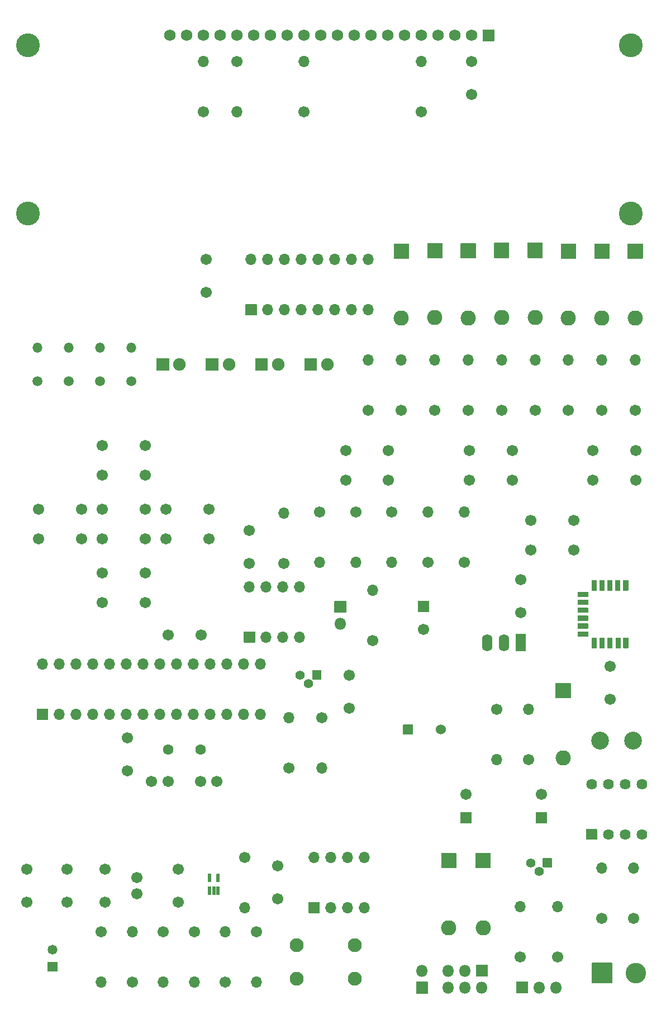
<source format=gbr>
%TF.GenerationSoftware,KiCad,Pcbnew,(5.1.9)-1*%
%TF.CreationDate,2021-03-12T00:20:13-08:00*%
%TF.ProjectId,ShotTimer,53686f74-5469-46d6-9572-2e6b69636164,rev?*%
%TF.SameCoordinates,Original*%
%TF.FileFunction,Soldermask,Top*%
%TF.FilePolarity,Negative*%
%FSLAX46Y46*%
G04 Gerber Fmt 4.6, Leading zero omitted, Abs format (unit mm)*
G04 Created by KiCad (PCBNEW (5.1.9)-1) date 2021-03-12 00:20:13*
%MOMM*%
%LPD*%
G01*
G04 APERTURE LIST*
%ADD10O,1.701600X1.701600*%
%ADD11C,1.701600*%
%ADD12C,2.701600*%
%ADD13C,1.401600*%
%ADD14O,2.301600X2.301600*%
%ADD15O,1.601600X2.601600*%
%ADD16C,1.524000*%
%ADD17C,2.101600*%
%ADD18C,3.101600*%
%ADD19O,1.801600X1.801600*%
%ADD20C,1.901600*%
%ADD21C,1.479600*%
%ADD22O,1.501600X1.501600*%
%ADD23C,1.501600*%
%ADD24C,1.625600*%
%ADD25C,1.601600*%
%ADD26C,1.751600*%
%ADD27C,3.601600*%
G04 APERTURE END LIST*
%TO.C,U5*%
G36*
G01*
X42095320Y-136885580D02*
X40495320Y-136885580D01*
G75*
G02*
X40444520Y-136834780I0J50800D01*
G01*
X40444520Y-135234780D01*
G75*
G02*
X40495320Y-135183980I50800J0D01*
G01*
X42095320Y-135183980D01*
G75*
G02*
X42146120Y-135234780I0J-50800D01*
G01*
X42146120Y-136834780D01*
G75*
G02*
X42095320Y-136885580I-50800J0D01*
G01*
G37*
D10*
X74315320Y-128414780D03*
X43835320Y-136034780D03*
X71775320Y-128414780D03*
X46375320Y-136034780D03*
X69235320Y-128414780D03*
X48915320Y-136034780D03*
X66695320Y-128414780D03*
X51455320Y-136034780D03*
X64155320Y-128414780D03*
X53995320Y-136034780D03*
X61615320Y-128414780D03*
X56535320Y-136034780D03*
X59075320Y-128414780D03*
X59075320Y-136034780D03*
X56535320Y-128414780D03*
X61615320Y-136034780D03*
X53995320Y-128414780D03*
X64155320Y-136034780D03*
X51455320Y-128414780D03*
X66695320Y-136034780D03*
X48915320Y-128414780D03*
X69235320Y-136034780D03*
X46375320Y-128414780D03*
X71775320Y-136034780D03*
X43835320Y-128414780D03*
X74315320Y-136034780D03*
X41295320Y-128414780D03*
%TD*%
D11*
%TO.C,R15*%
X126029720Y-166883080D03*
D10*
X126029720Y-159263080D03*
%TD*%
%TO.C,R6*%
X130855720Y-159263080D03*
D11*
X130855720Y-166883080D03*
%TD*%
%TO.C,C2*%
X65361820Y-123969780D03*
X60361820Y-123969780D03*
%TD*%
%TO.C,C1*%
X127274320Y-133710680D03*
X127274320Y-128710680D03*
%TD*%
D12*
%TO.C,L1*%
X130815720Y-139959080D03*
X125815720Y-139959080D03*
%TD*%
%TO.C,Q2*%
G36*
G01*
X118485252Y-157851080D02*
X118485252Y-159151080D01*
G75*
G02*
X118434452Y-159201880I-50800J0D01*
G01*
X117134452Y-159201880D01*
G75*
G02*
X117083652Y-159151080I0J50800D01*
G01*
X117083652Y-157851080D01*
G75*
G02*
X117134452Y-157800280I50800J0D01*
G01*
X118434452Y-157800280D01*
G75*
G02*
X118485252Y-157851080I0J-50800D01*
G01*
G37*
D13*
X115244452Y-158501080D03*
X116514452Y-159771080D03*
%TD*%
D11*
%TO.C,C7*%
X116885720Y-148143080D03*
G36*
G01*
X117685720Y-152493880D02*
X116085720Y-152493880D01*
G75*
G02*
X116034920Y-152443080I0J50800D01*
G01*
X116034920Y-150843080D01*
G75*
G02*
X116085720Y-150792280I50800J0D01*
G01*
X117685720Y-150792280D01*
G75*
G02*
X117736520Y-150843080I0J-50800D01*
G01*
X117736520Y-152443080D01*
G75*
G02*
X117685720Y-152493880I-50800J0D01*
G01*
G37*
%TD*%
D14*
%TO.C,D11*%
X108058386Y-168343580D03*
G36*
G01*
X106958386Y-157032780D02*
X109158386Y-157032780D01*
G75*
G02*
X109209186Y-157083580I0J-50800D01*
G01*
X109209186Y-159283580D01*
G75*
G02*
X109158386Y-159334380I-50800J0D01*
G01*
X106958386Y-159334380D01*
G75*
G02*
X106907586Y-159283580I0J50800D01*
G01*
X106907586Y-157083580D01*
G75*
G02*
X106958386Y-157032780I50800J0D01*
G01*
G37*
%TD*%
D11*
%TO.C,R3*%
X99707800Y-112984280D03*
D10*
X99707800Y-105364280D03*
%TD*%
D11*
%TO.C,R2*%
X94239280Y-105364280D03*
D10*
X94239280Y-112984280D03*
%TD*%
%TO.C,U2*%
G36*
G01*
X114562320Y-123888180D02*
X114562320Y-126388180D01*
G75*
G02*
X114511520Y-126438980I-50800J0D01*
G01*
X113011520Y-126438980D01*
G75*
G02*
X112960720Y-126388180I0J50800D01*
G01*
X112960720Y-123888180D01*
G75*
G02*
X113011520Y-123837380I50800J0D01*
G01*
X114511520Y-123837380D01*
G75*
G02*
X114562320Y-123888180I0J-50800D01*
G01*
G37*
D15*
X111221520Y-125138180D03*
X108681520Y-125138180D03*
%TD*%
%TO.C,BZ1*%
G36*
G01*
X95930720Y-139019280D02*
X95930720Y-137596880D01*
G75*
G02*
X95981520Y-137546080I50800J0D01*
G01*
X97403920Y-137546080D01*
G75*
G02*
X97454720Y-137596880I0J-50800D01*
G01*
X97454720Y-139019280D01*
G75*
G02*
X97403920Y-139070080I-50800J0D01*
G01*
X95981520Y-139070080D01*
G75*
G02*
X95930720Y-139019280I0J50800D01*
G01*
G37*
D16*
X101692720Y-138308080D03*
%TD*%
D11*
%TO.C,C3*%
X66111120Y-72124580D03*
X66111120Y-67124580D03*
%TD*%
%TO.C,C4*%
X113774220Y-115591580D03*
X113774220Y-120591580D03*
%TD*%
%TO.C,C5*%
G36*
G01*
X106255720Y-152493880D02*
X104655720Y-152493880D01*
G75*
G02*
X104604920Y-152443080I0J50800D01*
G01*
X104604920Y-150843080D01*
G75*
G02*
X104655720Y-150792280I50800J0D01*
G01*
X106255720Y-150792280D01*
G75*
G02*
X106306520Y-150843080I0J-50800D01*
G01*
X106306520Y-152443080D01*
G75*
G02*
X106255720Y-152493880I-50800J0D01*
G01*
G37*
X105455720Y-148143080D03*
%TD*%
%TO.C,C6*%
G36*
G01*
X98229520Y-118813680D02*
X99829520Y-118813680D01*
G75*
G02*
X99880320Y-118864480I0J-50800D01*
G01*
X99880320Y-120464480D01*
G75*
G02*
X99829520Y-120515280I-50800J0D01*
G01*
X98229520Y-120515280D01*
G75*
G02*
X98178720Y-120464480I0J50800D01*
G01*
X98178720Y-118864480D01*
G75*
G02*
X98229520Y-118813680I50800J0D01*
G01*
G37*
X99029520Y-123164480D03*
%TD*%
%TO.C,C9*%
X87802720Y-130053080D03*
X87802720Y-135053080D03*
%TD*%
%TO.C,C13*%
X54173120Y-139603480D03*
X54173120Y-144603480D03*
%TD*%
%TO.C,C14*%
X76938270Y-158985580D03*
X76938270Y-163985580D03*
%TD*%
%TO.C,C15*%
X57828180Y-146197320D03*
X60328180Y-146197320D03*
%TD*%
%TO.C,C16*%
X65211320Y-146197320D03*
X67711320Y-146197320D03*
%TD*%
%TO.C,C17*%
X72638920Y-108120180D03*
X72638920Y-113120180D03*
%TD*%
%TO.C,C21*%
X106344720Y-42089080D03*
X106344720Y-37089080D03*
%TD*%
%TO.C,C22*%
X38907720Y-159470080D03*
X38907720Y-164470080D03*
%TD*%
%TO.C,C23*%
X50772052Y-159470080D03*
X50772052Y-164470080D03*
%TD*%
%TO.C,C24*%
X45014886Y-159470080D03*
X45014886Y-164470080D03*
%TD*%
%TO.C,C25*%
X55629220Y-160720080D03*
X55629220Y-163220080D03*
%TD*%
%TO.C,C26*%
X61894720Y-159470080D03*
X61894720Y-164470080D03*
%TD*%
D14*
%TO.C,D1*%
X105800434Y-75976480D03*
G36*
G01*
X104700434Y-64665680D02*
X106900434Y-64665680D01*
G75*
G02*
X106951234Y-64716480I0J-50800D01*
G01*
X106951234Y-66916480D01*
G75*
G02*
X106900434Y-66967280I-50800J0D01*
G01*
X104700434Y-66967280D01*
G75*
G02*
X104649634Y-66916480I0J50800D01*
G01*
X104649634Y-64716480D01*
G75*
G02*
X104700434Y-64665680I50800J0D01*
G01*
G37*
%TD*%
%TO.C,D2*%
G36*
G01*
X94576720Y-64716480D02*
X96776720Y-64716480D01*
G75*
G02*
X96827520Y-64767280I0J-50800D01*
G01*
X96827520Y-66967280D01*
G75*
G02*
X96776720Y-67018080I-50800J0D01*
G01*
X94576720Y-67018080D01*
G75*
G02*
X94525920Y-66967280I0J50800D01*
G01*
X94525920Y-64767280D01*
G75*
G02*
X94576720Y-64716480I50800J0D01*
G01*
G37*
X95676720Y-76027280D03*
%TD*%
%TO.C,D3*%
X110862291Y-75900280D03*
G36*
G01*
X109762291Y-64589480D02*
X111962291Y-64589480D01*
G75*
G02*
X112013091Y-64640280I0J-50800D01*
G01*
X112013091Y-66840280D01*
G75*
G02*
X111962291Y-66891080I-50800J0D01*
G01*
X109762291Y-66891080D01*
G75*
G02*
X109711491Y-66840280I0J50800D01*
G01*
X109711491Y-64640280D01*
G75*
G02*
X109762291Y-64589480I50800J0D01*
G01*
G37*
%TD*%
%TO.C,D4*%
X115924148Y-75900280D03*
G36*
G01*
X114824148Y-64589480D02*
X117024148Y-64589480D01*
G75*
G02*
X117074948Y-64640280I0J-50800D01*
G01*
X117074948Y-66840280D01*
G75*
G02*
X117024148Y-66891080I-50800J0D01*
G01*
X114824148Y-66891080D01*
G75*
G02*
X114773348Y-66840280I0J50800D01*
G01*
X114773348Y-64640280D01*
G75*
G02*
X114824148Y-64589480I50800J0D01*
G01*
G37*
%TD*%
%TO.C,D5*%
G36*
G01*
X99638577Y-64614880D02*
X101838577Y-64614880D01*
G75*
G02*
X101889377Y-64665680I0J-50800D01*
G01*
X101889377Y-66865680D01*
G75*
G02*
X101838577Y-66916480I-50800J0D01*
G01*
X99638577Y-66916480D01*
G75*
G02*
X99587777Y-66865680I0J50800D01*
G01*
X99587777Y-64665680D01*
G75*
G02*
X99638577Y-64614880I50800J0D01*
G01*
G37*
X100738577Y-75925680D03*
%TD*%
%TO.C,D6*%
G36*
G01*
X119886005Y-64716480D02*
X122086005Y-64716480D01*
G75*
G02*
X122136805Y-64767280I0J-50800D01*
G01*
X122136805Y-66967280D01*
G75*
G02*
X122086005Y-67018080I-50800J0D01*
G01*
X119886005Y-67018080D01*
G75*
G02*
X119835205Y-66967280I0J50800D01*
G01*
X119835205Y-64767280D01*
G75*
G02*
X119886005Y-64716480I50800J0D01*
G01*
G37*
X120986005Y-76027280D03*
%TD*%
%TO.C,D7*%
X126047862Y-76027280D03*
G36*
G01*
X124947862Y-64716480D02*
X127147862Y-64716480D01*
G75*
G02*
X127198662Y-64767280I0J-50800D01*
G01*
X127198662Y-66967280D01*
G75*
G02*
X127147862Y-67018080I-50800J0D01*
G01*
X124947862Y-67018080D01*
G75*
G02*
X124897062Y-66967280I0J50800D01*
G01*
X124897062Y-64767280D01*
G75*
G02*
X124947862Y-64716480I50800J0D01*
G01*
G37*
%TD*%
%TO.C,D8*%
G36*
G01*
X130009720Y-64716480D02*
X132209720Y-64716480D01*
G75*
G02*
X132260520Y-64767280I0J-50800D01*
G01*
X132260520Y-66967280D01*
G75*
G02*
X132209720Y-67018080I-50800J0D01*
G01*
X130009720Y-67018080D01*
G75*
G02*
X129958920Y-66967280I0J50800D01*
G01*
X129958920Y-64767280D01*
G75*
G02*
X130009720Y-64716480I50800J0D01*
G01*
G37*
X131109720Y-76027280D03*
%TD*%
%TO.C,D9*%
G36*
G01*
X119087720Y-131269280D02*
X121287720Y-131269280D01*
G75*
G02*
X121338520Y-131320080I0J-50800D01*
G01*
X121338520Y-133520080D01*
G75*
G02*
X121287720Y-133570880I-50800J0D01*
G01*
X119087720Y-133570880D01*
G75*
G02*
X119036920Y-133520080I0J50800D01*
G01*
X119036920Y-131320080D01*
G75*
G02*
X119087720Y-131269280I50800J0D01*
G01*
G37*
X120187720Y-142580080D03*
%TD*%
%TO.C,D10*%
G36*
G01*
X101752220Y-157032780D02*
X103952220Y-157032780D01*
G75*
G02*
X104003020Y-157083580I0J-50800D01*
G01*
X104003020Y-159283580D01*
G75*
G02*
X103952220Y-159334380I-50800J0D01*
G01*
X101752220Y-159334380D01*
G75*
G02*
X101701420Y-159283580I0J50800D01*
G01*
X101701420Y-157083580D01*
G75*
G02*
X101752220Y-157032780I50800J0D01*
G01*
G37*
X102852220Y-168343580D03*
%TD*%
D17*
%TO.C,FB1*%
X88619100Y-170957240D03*
X88619100Y-176037240D03*
%TD*%
%TO.C,FB2*%
X79822040Y-176022000D03*
X79822040Y-170942000D03*
%TD*%
%TO.C,J1*%
G36*
G01*
X124529720Y-176698680D02*
X124529720Y-173698680D01*
G75*
G02*
X124580520Y-173647880I50800J0D01*
G01*
X127580520Y-173647880D01*
G75*
G02*
X127631320Y-173698680I0J-50800D01*
G01*
X127631320Y-176698680D01*
G75*
G02*
X127580520Y-176749480I-50800J0D01*
G01*
X124580520Y-176749480D01*
G75*
G02*
X124529720Y-176698680I0J50800D01*
G01*
G37*
D18*
X131160520Y-175198680D03*
%TD*%
%TO.C,J2*%
G36*
G01*
X107008386Y-173947880D02*
X108708386Y-173947880D01*
G75*
G02*
X108759186Y-173998680I0J-50800D01*
G01*
X108759186Y-175698680D01*
G75*
G02*
X108708386Y-175749480I-50800J0D01*
G01*
X107008386Y-175749480D01*
G75*
G02*
X106957586Y-175698680I0J50800D01*
G01*
X106957586Y-173998680D01*
G75*
G02*
X107008386Y-173947880I50800J0D01*
G01*
G37*
D19*
X107858386Y-177388680D03*
X105318386Y-174848680D03*
X105318386Y-177388680D03*
X102778386Y-174848680D03*
X102778386Y-177388680D03*
%TD*%
%TO.C,J3*%
X98800920Y-174884080D03*
G36*
G01*
X99701720Y-176574080D02*
X99701720Y-178274080D01*
G75*
G02*
X99650920Y-178324880I-50800J0D01*
G01*
X97950920Y-178324880D01*
G75*
G02*
X97900120Y-178274080I0J50800D01*
G01*
X97900120Y-176574080D01*
G75*
G02*
X97950920Y-176523280I50800J0D01*
G01*
X99650920Y-176523280D01*
G75*
G02*
X99701720Y-176574080I0J-50800D01*
G01*
G37*
%TD*%
%TO.C,JP1*%
G36*
G01*
X85517620Y-120578680D02*
X85517620Y-118878680D01*
G75*
G02*
X85568420Y-118827880I50800J0D01*
G01*
X87268420Y-118827880D01*
G75*
G02*
X87319220Y-118878680I0J-50800D01*
G01*
X87319220Y-120578680D01*
G75*
G02*
X87268420Y-120629480I-50800J0D01*
G01*
X85568420Y-120629480D01*
G75*
G02*
X85517620Y-120578680I0J50800D01*
G01*
G37*
X86418420Y-122268680D03*
%TD*%
%TO.C,JP2*%
G36*
G01*
X114839452Y-178299480D02*
X113139452Y-178299480D01*
G75*
G02*
X113088652Y-178248680I0J50800D01*
G01*
X113088652Y-176548680D01*
G75*
G02*
X113139452Y-176497880I50800J0D01*
G01*
X114839452Y-176497880D01*
G75*
G02*
X114890252Y-176548680I0J-50800D01*
G01*
X114890252Y-178248680D01*
G75*
G02*
X114839452Y-178299480I-50800J0D01*
G01*
G37*
X116529452Y-177398680D03*
X119069452Y-177398680D03*
%TD*%
D20*
%TO.C,LED1*%
X62067432Y-83024980D03*
G36*
G01*
X58576632Y-83924980D02*
X58576632Y-82124980D01*
G75*
G02*
X58627432Y-82074180I50800J0D01*
G01*
X60427432Y-82074180D01*
G75*
G02*
X60478232Y-82124980I0J-50800D01*
G01*
X60478232Y-83924980D01*
G75*
G02*
X60427432Y-83975780I-50800J0D01*
G01*
X58627432Y-83975780D01*
G75*
G02*
X58576632Y-83924980I0J50800D01*
G01*
G37*
%TD*%
%TO.C,LED2*%
G36*
G01*
X66047620Y-83924980D02*
X66047620Y-82124980D01*
G75*
G02*
X66098420Y-82074180I50800J0D01*
G01*
X67898420Y-82074180D01*
G75*
G02*
X67949220Y-82124980I0J-50800D01*
G01*
X67949220Y-83924980D01*
G75*
G02*
X67898420Y-83975780I-50800J0D01*
G01*
X66098420Y-83975780D01*
G75*
G02*
X66047620Y-83924980I0J50800D01*
G01*
G37*
X69538420Y-83024980D03*
%TD*%
%TO.C,LED3*%
X77009408Y-83024980D03*
G36*
G01*
X73518608Y-83924980D02*
X73518608Y-82124980D01*
G75*
G02*
X73569408Y-82074180I50800J0D01*
G01*
X75369408Y-82074180D01*
G75*
G02*
X75420208Y-82124980I0J-50800D01*
G01*
X75420208Y-83924980D01*
G75*
G02*
X75369408Y-83975780I-50800J0D01*
G01*
X73569408Y-83975780D01*
G75*
G02*
X73518608Y-83924980I0J50800D01*
G01*
G37*
%TD*%
%TO.C,LED4*%
G36*
G01*
X80989600Y-83924980D02*
X80989600Y-82124980D01*
G75*
G02*
X81040400Y-82074180I50800J0D01*
G01*
X82840400Y-82074180D01*
G75*
G02*
X82891200Y-82124980I0J-50800D01*
G01*
X82891200Y-83924980D01*
G75*
G02*
X82840400Y-83975780I-50800J0D01*
G01*
X81040400Y-83975780D01*
G75*
G02*
X80989600Y-83924980I0J50800D01*
G01*
G37*
X84480400Y-83024980D03*
%TD*%
%TO.C,MK1*%
G36*
G01*
X42072920Y-174925380D02*
X42072920Y-173547380D01*
G75*
G02*
X42123720Y-173496580I50800J0D01*
G01*
X43501720Y-173496580D01*
G75*
G02*
X43552520Y-173547380I0J-50800D01*
G01*
X43552520Y-174925380D01*
G75*
G02*
X43501720Y-174976180I-50800J0D01*
G01*
X42123720Y-174976180D01*
G75*
G02*
X42072920Y-174925380I0J50800D01*
G01*
G37*
D21*
X42812720Y-171696380D03*
%TD*%
D13*
%TO.C,Q1*%
X81579720Y-131323080D03*
X80309720Y-130053080D03*
G36*
G01*
X83550520Y-129403080D02*
X83550520Y-130703080D01*
G75*
G02*
X83499720Y-130753880I-50800J0D01*
G01*
X82199720Y-130753880D01*
G75*
G02*
X82148920Y-130703080I0J50800D01*
G01*
X82148920Y-129403080D01*
G75*
G02*
X82199720Y-129352280I50800J0D01*
G01*
X83499720Y-129352280D01*
G75*
G02*
X83550520Y-129403080I0J-50800D01*
G01*
G37*
%TD*%
D10*
%TO.C,R1*%
X91333320Y-117193680D03*
D11*
X91333320Y-124813680D03*
%TD*%
D10*
%TO.C,R4*%
X110154720Y-142880080D03*
D11*
X110154720Y-135260080D03*
%TD*%
%TO.C,R5*%
X114980720Y-142880080D03*
D10*
X114980720Y-135260080D03*
%TD*%
%TO.C,R7*%
X105800434Y-82377280D03*
D11*
X105800434Y-89997280D03*
%TD*%
%TO.C,R8*%
X95676720Y-89997280D03*
D10*
X95676720Y-82377280D03*
%TD*%
%TO.C,R9*%
X110862291Y-82377280D03*
D11*
X110862291Y-89997280D03*
%TD*%
%TO.C,R10*%
X115924148Y-89997280D03*
D10*
X115924148Y-82377280D03*
%TD*%
D11*
%TO.C,R11*%
X100738577Y-89997280D03*
D10*
X100738577Y-82377280D03*
%TD*%
D11*
%TO.C,R12*%
X120986005Y-89997280D03*
D10*
X120986005Y-82377280D03*
%TD*%
%TO.C,R13*%
X126047862Y-82377280D03*
D11*
X126047862Y-89997280D03*
%TD*%
%TO.C,R14*%
X131109720Y-89997280D03*
D10*
X131109720Y-82377280D03*
%TD*%
%TO.C,R16*%
X83611720Y-144150080D03*
D11*
X83611720Y-136530080D03*
%TD*%
%TO.C,R17*%
X78658720Y-144150080D03*
D10*
X78658720Y-136530080D03*
%TD*%
%TO.C,R18*%
X105176320Y-105364280D03*
D11*
X105176320Y-112984280D03*
%TD*%
D10*
%TO.C,R19*%
X119339452Y-165105080D03*
D11*
X119339452Y-172725080D03*
%TD*%
%TO.C,R20*%
X113689452Y-172725080D03*
D10*
X113689452Y-165105080D03*
%TD*%
D22*
%TO.C,R21*%
X40543480Y-80484980D03*
D23*
X40543480Y-85564980D03*
%TD*%
%TO.C,R22*%
X45264493Y-85564980D03*
D22*
X45264493Y-80484980D03*
%TD*%
D23*
%TO.C,R23*%
X54706520Y-85564980D03*
D22*
X54706520Y-80484980D03*
%TD*%
%TO.C,R24*%
X49985506Y-80484980D03*
D23*
X49985506Y-85564980D03*
%TD*%
D11*
%TO.C,R25*%
X88770760Y-105364280D03*
D10*
X88770760Y-112984280D03*
%TD*%
%TO.C,R26*%
X83302240Y-112984280D03*
D11*
X83302240Y-105364280D03*
%TD*%
%TO.C,R27*%
X77833720Y-113136680D03*
D10*
X77833720Y-105516680D03*
%TD*%
D11*
%TO.C,R28*%
X71897240Y-157675580D03*
D10*
X71897240Y-165295580D03*
%TD*%
%TO.C,R29*%
X50210720Y-176540160D03*
D11*
X50210720Y-168920160D03*
%TD*%
D10*
%TO.C,R30*%
X54909720Y-168920160D03*
D11*
X54909720Y-176540160D03*
%TD*%
%TO.C,R31*%
X70784720Y-37089080D03*
D10*
X70784720Y-44709080D03*
%TD*%
%TO.C,R32*%
X65704720Y-37089080D03*
D11*
X65704720Y-44709080D03*
%TD*%
%TO.C,R33*%
X69006720Y-176540160D03*
D10*
X69006720Y-168920160D03*
%TD*%
D11*
%TO.C,R34*%
X73705720Y-168920160D03*
D10*
X73705720Y-176540160D03*
%TD*%
D11*
%TO.C,R35*%
X98724720Y-44709080D03*
D10*
X98724720Y-37089080D03*
%TD*%
%TO.C,R36*%
X80944720Y-37089080D03*
D11*
X80944720Y-44709080D03*
%TD*%
%TO.C,R37*%
X59608720Y-168920160D03*
D10*
X59608720Y-176540160D03*
%TD*%
D11*
%TO.C,R38*%
X64307720Y-168920160D03*
D10*
X64307720Y-176540160D03*
%TD*%
%TO.C,U3*%
G36*
G01*
X122420219Y-117444780D02*
X123920221Y-117444780D01*
G75*
G02*
X123971020Y-117495579I0J-50799D01*
G01*
X123971020Y-118195581D01*
G75*
G02*
X123920221Y-118246380I-50799J0D01*
G01*
X122420219Y-118246380D01*
G75*
G02*
X122369420Y-118195581I0J50799D01*
G01*
X122369420Y-117495579D01*
G75*
G02*
X122420219Y-117444780I50799J0D01*
G01*
G37*
G36*
G01*
X122420219Y-118644780D02*
X123920221Y-118644780D01*
G75*
G02*
X123971020Y-118695579I0J-50799D01*
G01*
X123971020Y-119395581D01*
G75*
G02*
X123920221Y-119446380I-50799J0D01*
G01*
X122420219Y-119446380D01*
G75*
G02*
X122369420Y-119395581I0J50799D01*
G01*
X122369420Y-118695579D01*
G75*
G02*
X122420219Y-118644780I50799J0D01*
G01*
G37*
G36*
G01*
X122420219Y-119844780D02*
X123920221Y-119844780D01*
G75*
G02*
X123971020Y-119895579I0J-50799D01*
G01*
X123971020Y-120595581D01*
G75*
G02*
X123920221Y-120646380I-50799J0D01*
G01*
X122420219Y-120646380D01*
G75*
G02*
X122369420Y-120595581I0J50799D01*
G01*
X122369420Y-119895579D01*
G75*
G02*
X122420219Y-119844780I50799J0D01*
G01*
G37*
G36*
G01*
X122420219Y-121044780D02*
X123920221Y-121044780D01*
G75*
G02*
X123971020Y-121095579I0J-50799D01*
G01*
X123971020Y-121795581D01*
G75*
G02*
X123920221Y-121846380I-50799J0D01*
G01*
X122420219Y-121846380D01*
G75*
G02*
X122369420Y-121795581I0J50799D01*
G01*
X122369420Y-121095579D01*
G75*
G02*
X122420219Y-121044780I50799J0D01*
G01*
G37*
G36*
G01*
X122420219Y-122244780D02*
X123920221Y-122244780D01*
G75*
G02*
X123971020Y-122295579I0J-50799D01*
G01*
X123971020Y-122995581D01*
G75*
G02*
X123920221Y-123046380I-50799J0D01*
G01*
X122420219Y-123046380D01*
G75*
G02*
X122369420Y-122995581I0J50799D01*
G01*
X122369420Y-122295579D01*
G75*
G02*
X122420219Y-122244780I50799J0D01*
G01*
G37*
G36*
G01*
X122420219Y-123444780D02*
X123920221Y-123444780D01*
G75*
G02*
X123971020Y-123495579I0J-50799D01*
G01*
X123971020Y-124195581D01*
G75*
G02*
X123920221Y-124246380I-50799J0D01*
G01*
X122420219Y-124246380D01*
G75*
G02*
X122369420Y-124195581I0J50799D01*
G01*
X122369420Y-123495579D01*
G75*
G02*
X122420219Y-123444780I50799J0D01*
G01*
G37*
G36*
G01*
X124469420Y-117245581D02*
X124469420Y-115745579D01*
G75*
G02*
X124520219Y-115694780I50799J0D01*
G01*
X125220221Y-115694780D01*
G75*
G02*
X125271020Y-115745579I0J-50799D01*
G01*
X125271020Y-117245581D01*
G75*
G02*
X125220221Y-117296380I-50799J0D01*
G01*
X124520219Y-117296380D01*
G75*
G02*
X124469420Y-117245581I0J50799D01*
G01*
G37*
G36*
G01*
X125669420Y-117245581D02*
X125669420Y-115745579D01*
G75*
G02*
X125720219Y-115694780I50799J0D01*
G01*
X126420221Y-115694780D01*
G75*
G02*
X126471020Y-115745579I0J-50799D01*
G01*
X126471020Y-117245581D01*
G75*
G02*
X126420221Y-117296380I-50799J0D01*
G01*
X125720219Y-117296380D01*
G75*
G02*
X125669420Y-117245581I0J50799D01*
G01*
G37*
G36*
G01*
X126869420Y-117245581D02*
X126869420Y-115745579D01*
G75*
G02*
X126920219Y-115694780I50799J0D01*
G01*
X127620221Y-115694780D01*
G75*
G02*
X127671020Y-115745579I0J-50799D01*
G01*
X127671020Y-117245581D01*
G75*
G02*
X127620221Y-117296380I-50799J0D01*
G01*
X126920219Y-117296380D01*
G75*
G02*
X126869420Y-117245581I0J50799D01*
G01*
G37*
G36*
G01*
X128069420Y-117245581D02*
X128069420Y-115745579D01*
G75*
G02*
X128120219Y-115694780I50799J0D01*
G01*
X128820221Y-115694780D01*
G75*
G02*
X128871020Y-115745579I0J-50799D01*
G01*
X128871020Y-117245581D01*
G75*
G02*
X128820221Y-117296380I-50799J0D01*
G01*
X128120219Y-117296380D01*
G75*
G02*
X128069420Y-117245581I0J50799D01*
G01*
G37*
G36*
G01*
X129269420Y-117245581D02*
X129269420Y-115745579D01*
G75*
G02*
X129320219Y-115694780I50799J0D01*
G01*
X130020221Y-115694780D01*
G75*
G02*
X130071020Y-115745579I0J-50799D01*
G01*
X130071020Y-117245581D01*
G75*
G02*
X130020221Y-117296380I-50799J0D01*
G01*
X129320219Y-117296380D01*
G75*
G02*
X129269420Y-117245581I0J50799D01*
G01*
G37*
G36*
G01*
X124469420Y-125945581D02*
X124469420Y-124445579D01*
G75*
G02*
X124520219Y-124394780I50799J0D01*
G01*
X125220221Y-124394780D01*
G75*
G02*
X125271020Y-124445579I0J-50799D01*
G01*
X125271020Y-125945581D01*
G75*
G02*
X125220221Y-125996380I-50799J0D01*
G01*
X124520219Y-125996380D01*
G75*
G02*
X124469420Y-125945581I0J50799D01*
G01*
G37*
G36*
G01*
X125669420Y-125945581D02*
X125669420Y-124445579D01*
G75*
G02*
X125720219Y-124394780I50799J0D01*
G01*
X126420221Y-124394780D01*
G75*
G02*
X126471020Y-124445579I0J-50799D01*
G01*
X126471020Y-125945581D01*
G75*
G02*
X126420221Y-125996380I-50799J0D01*
G01*
X125720219Y-125996380D01*
G75*
G02*
X125669420Y-125945581I0J50799D01*
G01*
G37*
G36*
G01*
X126869420Y-125945581D02*
X126869420Y-124445579D01*
G75*
G02*
X126920219Y-124394780I50799J0D01*
G01*
X127620221Y-124394780D01*
G75*
G02*
X127671020Y-124445579I0J-50799D01*
G01*
X127671020Y-125945581D01*
G75*
G02*
X127620221Y-125996380I-50799J0D01*
G01*
X126920219Y-125996380D01*
G75*
G02*
X126869420Y-125945581I0J50799D01*
G01*
G37*
G36*
G01*
X128119420Y-125945581D02*
X128119420Y-124445579D01*
G75*
G02*
X128170219Y-124394780I50799J0D01*
G01*
X128870221Y-124394780D01*
G75*
G02*
X128921020Y-124445579I0J-50799D01*
G01*
X128921020Y-125945581D01*
G75*
G02*
X128870221Y-125996380I-50799J0D01*
G01*
X128170219Y-125996380D01*
G75*
G02*
X128119420Y-125945581I0J50799D01*
G01*
G37*
G36*
G01*
X129269420Y-125945581D02*
X129269420Y-124445579D01*
G75*
G02*
X129320219Y-124394780I50799J0D01*
G01*
X130020221Y-124394780D01*
G75*
G02*
X130071020Y-124445579I0J-50799D01*
G01*
X130071020Y-125945581D01*
G75*
G02*
X130020221Y-125996380I-50799J0D01*
G01*
X129320219Y-125996380D01*
G75*
G02*
X129269420Y-125945581I0J50799D01*
G01*
G37*
%TD*%
%TO.C,U4*%
G36*
G01*
X125267720Y-154995880D02*
X123743720Y-154995880D01*
G75*
G02*
X123692920Y-154945080I0J50800D01*
G01*
X123692920Y-153421080D01*
G75*
G02*
X123743720Y-153370280I50800J0D01*
G01*
X125267720Y-153370280D01*
G75*
G02*
X125318520Y-153421080I0J-50800D01*
G01*
X125318520Y-154945080D01*
G75*
G02*
X125267720Y-154995880I-50800J0D01*
G01*
G37*
D24*
X127045720Y-154183080D03*
X129585720Y-154183080D03*
X132125720Y-154183080D03*
X132125720Y-146563080D03*
X129585720Y-146563080D03*
X127045720Y-146563080D03*
X124505720Y-146563080D03*
%TD*%
%TO.C,U6*%
G36*
G01*
X83256020Y-166136380D02*
X81656020Y-166136380D01*
G75*
G02*
X81605220Y-166085580I0J50800D01*
G01*
X81605220Y-164485580D01*
G75*
G02*
X81656020Y-164434780I50800J0D01*
G01*
X83256020Y-164434780D01*
G75*
G02*
X83306820Y-164485580I0J-50800D01*
G01*
X83306820Y-166085580D01*
G75*
G02*
X83256020Y-166136380I-50800J0D01*
G01*
G37*
D10*
X90076020Y-157665580D03*
X84996020Y-165285580D03*
X87536020Y-157665580D03*
X87536020Y-165285580D03*
X84996020Y-157665580D03*
X90076020Y-165285580D03*
X82456020Y-157665580D03*
%TD*%
%TO.C,U7*%
G36*
G01*
X73451620Y-125163480D02*
X71851620Y-125163480D01*
G75*
G02*
X71800820Y-125112680I0J50800D01*
G01*
X71800820Y-123512680D01*
G75*
G02*
X71851620Y-123461880I50800J0D01*
G01*
X73451620Y-123461880D01*
G75*
G02*
X73502420Y-123512680I0J-50800D01*
G01*
X73502420Y-125112680D01*
G75*
G02*
X73451620Y-125163480I-50800J0D01*
G01*
G37*
X80271620Y-116692680D03*
X75191620Y-124312680D03*
X77731620Y-116692680D03*
X77731620Y-124312680D03*
X75191620Y-116692680D03*
X80271620Y-124312680D03*
X72651620Y-116692680D03*
%TD*%
%TO.C,U8*%
G36*
G01*
X68091420Y-161449880D02*
X67691420Y-161449880D01*
G75*
G02*
X67640620Y-161399080I0J50800D01*
G01*
X67640620Y-160209080D01*
G75*
G02*
X67691420Y-160158280I50800J0D01*
G01*
X68091420Y-160158280D01*
G75*
G02*
X68142220Y-160209080I0J-50800D01*
G01*
X68142220Y-161399080D01*
G75*
G02*
X68091420Y-161449880I-50800J0D01*
G01*
G37*
G36*
G01*
X68091420Y-163369880D02*
X67691420Y-163369880D01*
G75*
G02*
X67640620Y-163319080I0J50800D01*
G01*
X67640620Y-162129080D01*
G75*
G02*
X67691420Y-162078280I50800J0D01*
G01*
X68091420Y-162078280D01*
G75*
G02*
X68142220Y-162129080I0J-50800D01*
G01*
X68142220Y-163319080D01*
G75*
G02*
X68091420Y-163369880I-50800J0D01*
G01*
G37*
G36*
G01*
X66791420Y-161449880D02*
X66391420Y-161449880D01*
G75*
G02*
X66340620Y-161399080I0J50800D01*
G01*
X66340620Y-160209080D01*
G75*
G02*
X66391420Y-160158280I50800J0D01*
G01*
X66791420Y-160158280D01*
G75*
G02*
X66842220Y-160209080I0J-50800D01*
G01*
X66842220Y-161399080D01*
G75*
G02*
X66791420Y-161449880I-50800J0D01*
G01*
G37*
G36*
G01*
X67441420Y-163369880D02*
X67041420Y-163369880D01*
G75*
G02*
X66990620Y-163319080I0J50800D01*
G01*
X66990620Y-162129080D01*
G75*
G02*
X67041420Y-162078280I50800J0D01*
G01*
X67441420Y-162078280D01*
G75*
G02*
X67492220Y-162129080I0J-50800D01*
G01*
X67492220Y-163319080D01*
G75*
G02*
X67441420Y-163369880I-50800J0D01*
G01*
G37*
G36*
G01*
X66791420Y-163369880D02*
X66391420Y-163369880D01*
G75*
G02*
X66340620Y-163319080I0J50800D01*
G01*
X66340620Y-162129080D01*
G75*
G02*
X66391420Y-162078280I50800J0D01*
G01*
X66791420Y-162078280D01*
G75*
G02*
X66842220Y-162129080I0J-50800D01*
G01*
X66842220Y-163319080D01*
G75*
G02*
X66791420Y-163369880I-50800J0D01*
G01*
G37*
%TD*%
D25*
%TO.C,Y1*%
X60332620Y-141368780D03*
X65212620Y-141368780D03*
%TD*%
D11*
%TO.C,R39*%
X90609420Y-89997280D03*
D10*
X90609420Y-82377280D03*
%TD*%
%TO.C,U1*%
G36*
G01*
X73705620Y-75598080D02*
X72105620Y-75598080D01*
G75*
G02*
X72054820Y-75547280I0J50800D01*
G01*
X72054820Y-73947280D01*
G75*
G02*
X72105620Y-73896480I50800J0D01*
G01*
X73705620Y-73896480D01*
G75*
G02*
X73756420Y-73947280I0J-50800D01*
G01*
X73756420Y-75547280D01*
G75*
G02*
X73705620Y-75598080I-50800J0D01*
G01*
G37*
X90685620Y-67127280D03*
X75445620Y-74747280D03*
X88145620Y-67127280D03*
X77985620Y-74747280D03*
X85605620Y-67127280D03*
X80525620Y-74747280D03*
X83065620Y-67127280D03*
X83065620Y-74747280D03*
X80525620Y-67127280D03*
X85605620Y-74747280D03*
X77985620Y-67127280D03*
X88145620Y-74747280D03*
X75445620Y-67127280D03*
X90685620Y-74747280D03*
X72905620Y-67127280D03*
%TD*%
D11*
%TO.C,SW1*%
X50344000Y-104943080D03*
X50344000Y-109443080D03*
X56844000Y-104943080D03*
X56844000Y-109443080D03*
%TD*%
%TO.C,SW2*%
X50344000Y-95291080D03*
X50344000Y-99791080D03*
X56844000Y-95291080D03*
X56844000Y-99791080D03*
%TD*%
%TO.C,SW3*%
X66496000Y-109443080D03*
X66496000Y-104943080D03*
X59996000Y-109443080D03*
X59996000Y-104943080D03*
%TD*%
%TO.C,SW4*%
X50344000Y-114595080D03*
X50344000Y-119095080D03*
X56844000Y-114595080D03*
X56844000Y-119095080D03*
%TD*%
%TO.C,SW5*%
X40692000Y-104943080D03*
X40692000Y-109443080D03*
X47192000Y-104943080D03*
X47192000Y-109443080D03*
%TD*%
%TO.C,SW6*%
X93719720Y-100553080D03*
X93719720Y-96053080D03*
X87219720Y-100553080D03*
X87219720Y-96053080D03*
%TD*%
%TO.C,SW7*%
X112452220Y-100553080D03*
X112452220Y-96053080D03*
X105952220Y-100553080D03*
X105952220Y-96053080D03*
%TD*%
%TO.C,SW8*%
X131184720Y-100553080D03*
X131184720Y-96053080D03*
X124684720Y-100553080D03*
X124684720Y-96053080D03*
%TD*%
%TO.C,SW9*%
X121824820Y-111106780D03*
X121824820Y-106606780D03*
X115324820Y-111106780D03*
X115324820Y-106606780D03*
%TD*%
%TO.C,DS1*%
G36*
G01*
X108009174Y-34001880D02*
X108009174Y-32351880D01*
G75*
G02*
X108059974Y-32301080I50800J0D01*
G01*
X109709974Y-32301080D01*
G75*
G02*
X109760774Y-32351880I0J-50800D01*
G01*
X109760774Y-34001880D01*
G75*
G02*
X109709974Y-34052680I-50800J0D01*
G01*
X108059974Y-34052680D01*
G75*
G02*
X108009174Y-34001880I0J50800D01*
G01*
G37*
D26*
X106344974Y-33176880D03*
X103804974Y-33176880D03*
X101264974Y-33176880D03*
X98724974Y-33176880D03*
X96184974Y-33176880D03*
X93644974Y-33176880D03*
X91104974Y-33176880D03*
X88564974Y-33176880D03*
X86024974Y-33176880D03*
X83484974Y-33176880D03*
X80944974Y-33176880D03*
X78404974Y-33176880D03*
X75864974Y-33176880D03*
X73324974Y-33176880D03*
X70784974Y-33176880D03*
X68244974Y-33176880D03*
X65704974Y-33176880D03*
X63164974Y-33176880D03*
X60624974Y-33176880D03*
D27*
X39054974Y-34676880D03*
X39054974Y-60176880D03*
X130454974Y-34676880D03*
X130454974Y-60176880D03*
%TD*%
M02*

</source>
